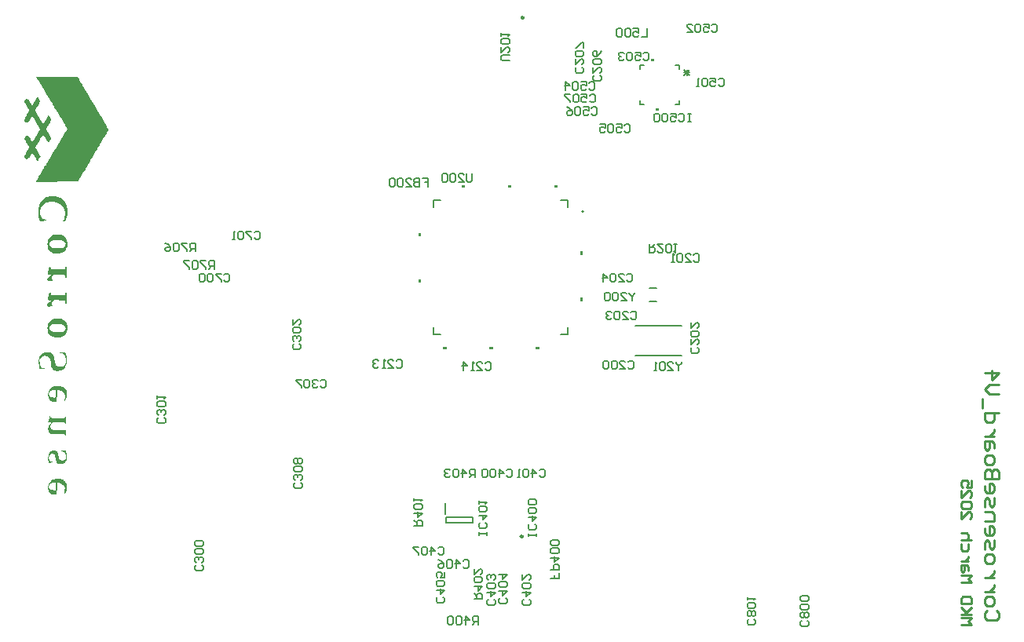
<source format=gbo>
G04*
G04 #@! TF.GenerationSoftware,Altium Limited,Altium Designer,22.8.2 (66)*
G04*
G04 Layer_Color=32896*
%FSLAX44Y44*%
%MOMM*%
G71*
G04*
G04 #@! TF.SameCoordinates,9714C633-81E7-4BB1-B996-9AD4BBD72758*
G04*
G04*
G04 #@! TF.FilePolarity,Positive*
G04*
G01*
G75*
%ADD11C,0.2000*%
%ADD12C,0.1524*%
%ADD13C,0.2500*%
%ADD14C,0.2540*%
%ADD15C,0.1270*%
G36*
X53257Y226529D02*
X53754Y225370D01*
X53920Y224541D01*
X54582Y223548D01*
X54748Y223216D01*
X55990Y221974D01*
X56901Y221725D01*
X57481Y221146D01*
X59138Y220980D01*
X61705Y220897D01*
X62202Y221229D01*
X62368Y221725D01*
X62202Y222222D01*
X62368Y223216D01*
X62534Y223713D01*
X62451Y225287D01*
X63031Y226364D01*
X62948Y229594D01*
X63031Y230671D01*
X62865Y231168D01*
X63031Y232659D01*
X63610Y233238D01*
X64107Y233404D01*
X64604Y233238D01*
X66923Y232741D01*
X67255Y232410D01*
X68746Y231582D01*
X69077Y231250D01*
X69408Y231085D01*
X70485Y230008D01*
X70816Y229180D01*
X71313Y228351D01*
X71148Y223879D01*
Y223713D01*
X70982Y222885D01*
X70651Y222554D01*
X70485Y221891D01*
X70568Y221643D01*
X71396Y221808D01*
X72141Y222388D01*
X72307Y223051D01*
X72639Y223382D01*
X72887Y224459D01*
X73301Y225370D01*
X73467Y226695D01*
X73632Y227192D01*
X73798Y228848D01*
X73550Y230091D01*
X73384Y231085D01*
X73218Y231747D01*
X72804Y233155D01*
X72141Y234315D01*
X71810Y234646D01*
X71645Y234978D01*
X71396Y235392D01*
X71065Y235557D01*
X70237Y236386D01*
X69905Y236551D01*
X68746Y237214D01*
X68083Y237380D01*
X67172Y237628D01*
X66095Y238042D01*
X60794Y237876D01*
X59635Y237380D01*
X58310Y237214D01*
X57978Y236883D01*
X57647Y236717D01*
X56487Y235889D01*
X56239Y235640D01*
X56073Y235309D01*
X55245Y234149D01*
X54748Y233321D01*
X54085Y231830D01*
X53920Y231168D01*
X53423Y230008D01*
X53257Y229345D01*
X53092Y228848D01*
X53257Y226529D01*
D02*
G37*
G36*
X54417Y262642D02*
X55162Y263553D01*
X56322Y264712D01*
X58310Y264878D01*
X58807Y264712D01*
X59635Y264215D01*
X59966Y263884D01*
X60297Y263718D01*
X60546Y263470D01*
X60877Y262145D01*
X61043Y260819D01*
X61374Y260488D01*
X61705Y259660D01*
X61623Y258086D01*
X61954Y257258D01*
X62202Y257009D01*
X62534Y255850D01*
X63031Y255021D01*
X64273Y253779D01*
X65433Y253613D01*
X69243Y253779D01*
X70402Y254607D01*
X70733Y254773D01*
X71065Y255104D01*
X71313Y255187D01*
X71479Y255518D01*
X71810Y255850D01*
X72473Y257009D01*
X73135Y258500D01*
X73467Y259660D01*
X73301Y260157D01*
X73798Y260985D01*
X73632Y263967D01*
X73467Y264464D01*
X73301Y265126D01*
X72970Y267280D01*
X72224Y268191D01*
X71396Y268356D01*
X70899Y268191D01*
X67586Y268025D01*
X67338Y267777D01*
X67420Y267363D01*
X68083Y267197D01*
X70154Y266949D01*
X70816Y266617D01*
X70982Y266286D01*
X71976Y265292D01*
X72141Y264629D01*
X72804Y263635D01*
X72887Y260405D01*
X72473Y259825D01*
X71396Y258252D01*
X71065Y258086D01*
X69243Y257258D01*
X68580Y257092D01*
X67503Y257506D01*
X67255Y257755D01*
X66095Y258417D01*
X65350Y259660D01*
X65184Y260322D01*
X65019Y261979D01*
X64687Y262310D01*
X64521Y262973D01*
X64356Y264464D01*
X64025Y264795D01*
X63859Y265789D01*
X63031Y266949D01*
X62948Y267197D01*
X62617Y267363D01*
X61457Y268191D01*
X57316Y268025D01*
X56156Y267197D01*
X55825Y267031D01*
X54914Y266120D01*
X54748Y265789D01*
X54417Y265458D01*
X53920Y264298D01*
X53754Y263635D01*
X53589Y262476D01*
X53092Y261648D01*
X52926Y261151D01*
X53092Y260654D01*
X53009Y258749D01*
X53423Y258169D01*
X53671Y257589D01*
X53589Y256844D01*
X53754Y256347D01*
X53920Y255518D01*
X54168Y255270D01*
X54831Y255104D01*
X56984Y255270D01*
X58310Y255436D01*
X58558Y255684D01*
X58392Y256181D01*
X56736Y256347D01*
X55908Y256512D01*
X55411Y257009D01*
X55245Y257341D01*
X54417Y258500D01*
X54251Y260654D01*
X54417Y262476D01*
Y262642D01*
D02*
G37*
G36*
X54085Y288152D02*
X54251Y287821D01*
X54582Y287489D01*
X54748Y287158D01*
X55742Y286495D01*
X56819Y286081D01*
X58475Y285916D01*
X58972Y285750D01*
X64356Y285998D01*
X67752Y286081D01*
X68249Y285916D01*
X70733Y285750D01*
X72141Y285005D01*
X72473Y284176D01*
X72141Y283514D01*
X72390Y283265D01*
X72970Y283348D01*
X72804Y284011D01*
X72639Y284508D01*
X72804Y285005D01*
X72639Y286330D01*
X72804Y286827D01*
X72639Y290305D01*
X71893Y290554D01*
X71230Y290388D01*
X58807Y290554D01*
X57316Y291382D01*
X56901Y291631D01*
X56736Y292293D01*
X56322Y293039D01*
X55990Y293204D01*
X55742Y293950D01*
X55908Y294612D01*
X55742Y295109D01*
X56073Y295938D01*
X56405Y296269D01*
X56570Y296600D01*
X57233Y297760D01*
X59138Y298836D01*
X60794Y299002D01*
X70899Y298836D01*
X71810Y298091D01*
X72307Y296931D01*
X72390Y296186D01*
X72804Y296269D01*
X72721Y297180D01*
X72804Y300576D01*
X72639Y301073D01*
X72721Y302812D01*
X72639Y303723D01*
X72804Y304220D01*
X72887Y304966D01*
X72721Y305628D01*
X72556Y305794D01*
X72307Y305545D01*
X72141Y304552D01*
X71230Y303640D01*
X70071Y303309D01*
X66923Y303144D01*
X57813Y303309D01*
X57316Y303475D01*
X56405Y303723D01*
X55742Y304386D01*
X55576Y305049D01*
X55493Y306125D01*
X54997Y305960D01*
X54665Y304303D01*
X54417Y302729D01*
X54085Y301901D01*
X53837Y300327D01*
X53423Y299582D01*
X53340Y299168D01*
X54168Y298836D01*
X55742Y298919D01*
X56405Y298754D01*
X56570Y298257D01*
X56405Y297760D01*
X55245Y296600D01*
X55079Y295938D01*
X54831Y295689D01*
X54500Y295523D01*
X54251Y295275D01*
X54085Y294944D01*
X53589Y293784D01*
X53340Y292873D01*
X52926Y291796D01*
X53092Y290802D01*
X53589Y289643D01*
X53920Y288318D01*
X54003Y288235D01*
X54085Y288152D01*
D02*
G37*
G36*
X53174Y327329D02*
X53589Y326418D01*
X53754Y325092D01*
X54582Y323601D01*
X56156Y322028D01*
X56819Y321862D01*
X57150Y321531D01*
X57978Y321200D01*
X61954Y321034D01*
X62368Y321448D01*
X62285Y323022D01*
X62451Y323850D01*
X62617Y325507D01*
X63031Y326583D01*
X62948Y329979D01*
X63113Y332961D01*
X63279Y333292D01*
X63942Y333458D01*
X65598Y333292D01*
X66095Y333126D01*
X67006Y332878D01*
X67420Y332464D01*
X68911Y331636D01*
X70319Y330228D01*
X70485Y329896D01*
X70816Y329565D01*
X70982Y329234D01*
X71313Y328405D01*
Y325258D01*
X71148Y323105D01*
X70485Y322442D01*
X70402Y321862D01*
X70899Y321697D01*
X72059Y322359D01*
X72804Y324099D01*
X73301Y325755D01*
X73467Y326915D01*
X73798Y328074D01*
X73632Y330228D01*
X73301Y331056D01*
X73135Y332381D01*
X71810Y334866D01*
X71148Y335528D01*
X70982Y335860D01*
X69988Y336522D01*
X69740Y336771D01*
X68580Y337268D01*
X67669Y337516D01*
X66923Y337765D01*
X66261Y337930D01*
X63776Y338096D01*
X63279Y337930D01*
X62120Y338096D01*
X60711Y337848D01*
X59386Y337351D01*
X58558Y337185D01*
X56653Y336108D01*
X55908Y335363D01*
X54914Y333541D01*
X54251Y332381D01*
X53837Y331304D01*
X53589Y330559D01*
X53423Y329565D01*
X52926Y328405D01*
X53174Y327329D01*
D02*
G37*
G36*
X52263Y370150D02*
X53837Y369404D01*
X54085Y369156D01*
X54251Y368825D01*
X54500Y368576D01*
X54748Y368493D01*
X54914Y368162D01*
X55245Y367334D01*
X55411Y366671D01*
X55908Y365512D01*
X56073Y364352D01*
X56239Y362364D01*
X56736Y361205D01*
X56901Y359051D01*
X57067Y358388D01*
X57399Y358057D01*
X57813Y356980D01*
X58061Y356732D01*
X58227Y356401D01*
X58972Y355490D01*
X59303Y355324D01*
X59800Y354827D01*
X60629Y354496D01*
X61954Y354330D01*
X62782Y353999D01*
X63776Y353833D01*
X64273Y353999D01*
X66095Y354496D01*
X67420Y354661D01*
X68414Y355324D01*
X69243Y355821D01*
X70154Y356566D01*
X71148Y357560D01*
X71313Y357892D01*
X72141Y359051D01*
X72639Y360211D01*
X73135Y361867D01*
X73301Y362530D01*
X73550Y363772D01*
X73715Y364435D01*
X73798Y367831D01*
X73632Y368328D01*
X73301Y369653D01*
X73053Y370895D01*
X72804Y371641D01*
X72639Y372303D01*
X72307Y373131D01*
X71893Y374208D01*
X71065Y374540D01*
X66923Y374374D01*
X65598Y374208D01*
X65515Y373794D01*
X65930Y373380D01*
X68083Y373214D01*
X69740Y372552D01*
X70237Y372055D01*
X70568Y371889D01*
X70816Y371641D01*
X71479Y370481D01*
X71810Y370150D01*
X72804Y367002D01*
X72887Y366257D01*
X72639Y363358D01*
X72141Y362198D01*
X71479Y361039D01*
X71065Y360625D01*
X70733Y360459D01*
X69740Y359465D01*
X68829Y359217D01*
X68580Y358968D01*
X67752Y358637D01*
X65267Y358471D01*
X64770Y358637D01*
X63859Y358885D01*
X62451Y359796D01*
X61871Y360376D01*
X61705Y360708D01*
X61374Y361536D01*
X61209Y361867D01*
X60546Y362861D01*
X60380Y365512D01*
X60215Y366008D01*
X59966Y367085D01*
X59718Y367831D01*
X59552Y369156D01*
X59055Y370315D01*
X58641Y371392D01*
X57978Y372386D01*
X57481Y372883D01*
X57150Y373049D01*
X56487Y373711D01*
X55825Y373877D01*
X54748Y374291D01*
X53920Y374457D01*
X51684Y374540D01*
X51186Y374374D01*
X49530Y374208D01*
X46714Y372717D01*
X45803Y371806D01*
X45637Y371475D01*
X45140Y370978D01*
X44975Y370647D01*
X44146Y369322D01*
X43981Y368659D01*
X43815Y367831D01*
X43484Y367499D01*
X43318Y366837D01*
X43235Y363606D01*
X43401Y359300D01*
X43981Y357892D01*
X44146Y357229D01*
X44312Y356732D01*
X44892Y356152D01*
X45554Y355987D01*
X46714Y356152D01*
X48867Y356318D01*
X50027Y356483D01*
X50275Y356732D01*
X50110Y357229D01*
X49282Y357395D01*
X47128Y357560D01*
X46548Y357974D01*
X45637Y358885D01*
X45472Y359217D01*
X44809Y360708D01*
X44229Y362281D01*
X44146Y365512D01*
X44809Y367002D01*
X45306Y367831D01*
X45803Y368328D01*
X45968Y368659D01*
X46714Y369404D01*
X47045Y369570D01*
X48536Y370233D01*
X49199Y370398D01*
X52180Y370233D01*
X52263Y370150D01*
D02*
G37*
G36*
X52760Y397814D02*
X53257Y396654D01*
Y396488D01*
X53506Y395246D01*
X54251Y393838D01*
X54582Y393507D01*
X54748Y393175D01*
X55328Y392596D01*
X55659Y392430D01*
X56322Y391767D01*
X58475Y390774D01*
X61291Y390276D01*
X66095Y390442D01*
X66592Y390608D01*
X67835Y390856D01*
X68663Y391188D01*
X69408Y391602D01*
X69740Y391767D01*
X70899Y392596D01*
X71230Y392761D01*
X71645Y393175D01*
X71810Y393507D01*
X72307Y394004D01*
X72473Y394335D01*
X73301Y395826D01*
X73632Y396654D01*
X74047Y398394D01*
X74295Y399305D01*
X74378Y401872D01*
X74212Y402535D01*
X73964Y403446D01*
X73798Y404109D01*
X73550Y405020D01*
X73218Y405848D01*
X72556Y406842D01*
X72307Y407090D01*
X72141Y407421D01*
X71065Y408498D01*
X70733Y408664D01*
X70402Y408995D01*
X68911Y409658D01*
X67255Y410320D01*
X66095Y410486D01*
X59635Y410320D01*
X58475Y409823D01*
X56322Y408664D01*
X55990Y408333D01*
X55659Y408167D01*
X54914Y407421D01*
X54748Y407090D01*
X54085Y406096D01*
X53423Y404605D01*
X53174Y403529D01*
X52843Y402203D01*
X52595Y401292D01*
X52760Y397814D01*
D02*
G37*
G36*
X55659Y438813D02*
X55162Y438978D01*
X54417Y438564D01*
X54251Y437901D01*
X54085Y435417D01*
X53423Y433760D01*
X53174Y431855D01*
X52926Y431607D01*
X52760Y430944D01*
X53174Y430530D01*
X55990Y430364D01*
X56239Y430116D01*
X56073Y429453D01*
X55659Y429039D01*
X55328Y428873D01*
X54665Y428211D01*
X54334Y428045D01*
X53423Y427134D01*
X52595Y425312D01*
X52760Y423987D01*
X53174Y423573D01*
X54251Y423490D01*
X57399Y423655D01*
X58061Y423821D01*
X58392Y423987D01*
X58475Y424401D01*
X58227Y424981D01*
X57895Y425312D01*
X57730Y425643D01*
X57067Y427134D01*
X57316Y428045D01*
X57564Y428294D01*
X58227Y429453D01*
X58972Y430199D01*
X59800Y430530D01*
X70899Y430364D01*
X71479Y429950D01*
X71645Y429288D01*
X71810Y427300D01*
X72059Y427051D01*
X72721Y426886D01*
X73053Y427051D01*
X73301Y427300D01*
X73467Y427962D01*
X73301Y438730D01*
X72556Y438978D01*
X72059Y438813D01*
X71645Y438399D01*
X71479Y436411D01*
X71065Y435997D01*
X69905Y435831D01*
X56819Y435997D01*
X56239Y436576D01*
X56073Y437570D01*
X56239Y438067D01*
X55825Y438813D01*
X55659D01*
D02*
G37*
G36*
X73467Y456123D02*
X73301Y466394D01*
X73053Y466642D01*
X71893Y466477D01*
X71645Y465731D01*
X71727Y465151D01*
X71562Y464323D01*
X71396Y463992D01*
X70568Y463660D01*
X64439Y463495D01*
X56984Y463660D01*
X56405Y464075D01*
X56073Y465234D01*
X56239Y465897D01*
X55659Y466642D01*
X54665Y466477D01*
X54417Y466228D01*
X54251Y465565D01*
X54085Y463246D01*
X53920Y462749D01*
X53506Y461673D01*
X53340Y460347D01*
X53174Y459685D01*
X52926Y459436D01*
X52760Y458774D01*
X52926Y458442D01*
X53671Y458194D01*
X56156Y458028D01*
X56239Y457449D01*
X55493Y456703D01*
X55162Y456537D01*
X53423Y454798D01*
X53257Y454467D01*
X52595Y452976D01*
X52429Y452479D01*
X52595Y451982D01*
X52760Y451651D01*
X53009Y451402D01*
X53671Y451236D01*
X57895Y451485D01*
X58558Y451982D01*
X57233Y454301D01*
X57067Y455129D01*
X58061Y456951D01*
X59138Y458028D01*
X60297Y458194D01*
X71065Y458028D01*
X71645Y457449D01*
X71810Y454964D01*
X72059Y454715D01*
X72721Y454550D01*
X73301Y454964D01*
X73467Y455626D01*
Y455958D01*
Y456123D01*
D02*
G37*
G36*
X52760Y488591D02*
X52926Y488260D01*
Y488094D01*
X53092Y487597D01*
X53423Y486272D01*
X53589Y485444D01*
X53920Y485112D01*
X54582Y483953D01*
X55825Y482710D01*
X56156Y482545D01*
X56487Y482214D01*
X58641Y481220D01*
X59800Y481054D01*
X61374Y480805D01*
X64439Y480723D01*
X64936Y480888D01*
X67669Y481302D01*
X68249Y481551D01*
X70402Y482710D01*
X70733Y483042D01*
X71065Y483207D01*
X71976Y484118D01*
X72141Y484450D01*
X72473Y484781D01*
X72639Y485112D01*
X73632Y487266D01*
X73881Y488343D01*
X74212Y489668D01*
X74378Y490662D01*
X74461Y492235D01*
X74295Y492732D01*
X73798Y494720D01*
X73550Y495631D01*
X72804Y497039D01*
X71645Y498530D01*
X71230Y498944D01*
X70899Y499110D01*
X69740Y499938D01*
X68829Y500187D01*
X67089Y500932D01*
X62202Y501015D01*
X59303Y500766D01*
X57481Y499938D01*
X57150Y499773D01*
X56819Y499441D01*
X55990Y498944D01*
X54748Y497702D01*
X54582Y497371D01*
X54251Y497039D01*
X53423Y495217D01*
X53174Y493809D01*
X52760Y492401D01*
X52595Y491739D01*
X52760Y488591D01*
D02*
G37*
G36*
X42241Y649522D02*
X42655Y649108D01*
X42821Y648280D01*
X43484Y647617D01*
X43649Y647120D01*
X43732Y647037D01*
X43815Y646955D01*
X44643Y645464D01*
X44809Y644801D01*
X44146Y643310D01*
X43484Y642151D01*
X43070Y641737D01*
X42655Y640660D01*
X42241Y640246D01*
X41827Y639169D01*
X41496Y638838D01*
X40502Y637015D01*
X39922Y635939D01*
X39674Y635028D01*
X41165Y631880D01*
X42158Y630224D01*
X42987Y628733D01*
X43649Y627573D01*
X44395Y626828D01*
X44643Y625917D01*
X44975Y625585D01*
X46300Y623266D01*
X46714Y622687D01*
X47376Y621693D01*
X48370Y621527D01*
X48702Y622024D01*
X49447Y622935D01*
X50275Y624426D01*
X50441Y624757D01*
X51104Y625751D01*
X51601Y626579D01*
X52263Y627573D01*
X52429Y628236D01*
X52760Y628567D01*
X53340Y629478D01*
X54003Y629644D01*
X54417Y629230D01*
X55411Y627408D01*
X55742Y627076D01*
X56239Y626248D01*
X56736Y625089D01*
X55576Y622604D01*
X54748Y621278D01*
X53920Y619788D01*
X53257Y618794D01*
X52429Y617303D01*
X51601Y616143D01*
X51435Y614818D01*
X51932Y613658D01*
X52429Y612830D01*
X53589Y611008D01*
X54914Y608523D01*
X55079Y608192D01*
X55411Y607861D01*
X55576Y607529D01*
X55990Y607115D01*
X56405Y606039D01*
X56736Y605707D01*
X56901Y605045D01*
X56487Y604630D01*
X56073Y603554D01*
X55742Y603222D01*
X54997Y601814D01*
X54334Y600820D01*
X53506Y600655D01*
X53257Y600903D01*
X52263Y602725D01*
X51601Y603885D01*
X51021Y604465D01*
X50607Y605541D01*
X50275Y605873D01*
X49116Y608026D01*
X48702Y608440D01*
X48122Y608855D01*
X47708Y608772D01*
X47128Y608192D01*
X46134Y606535D01*
X45968Y606204D01*
X45637Y605873D01*
X44975Y604713D01*
X44726Y604465D01*
X44312Y603388D01*
X43898Y602974D01*
X43484Y601897D01*
X42987Y601400D01*
X42655Y600572D01*
X42158Y600075D01*
X41993Y599412D01*
X41165Y598253D01*
X39674Y595437D01*
X39839Y594443D01*
X40171Y594112D01*
X40999Y592621D01*
X41827Y591461D01*
X41993Y590964D01*
X42324Y590633D01*
X42821Y589805D01*
X42987Y589142D01*
X43318Y588811D01*
X43981Y587651D01*
X45140Y585498D01*
X44146Y583841D01*
X43318Y582350D01*
X42821Y581522D01*
X42241Y580942D01*
X41579Y581108D01*
X41330Y581688D01*
X40668Y582682D01*
X40502Y583013D01*
X39011Y585498D01*
X38680Y585829D01*
X37189Y588645D01*
X36940Y588894D01*
X35947Y589059D01*
X35035Y587817D01*
X34870Y587320D01*
X34539Y586988D01*
X33876Y585829D01*
X33379Y585332D01*
X33213Y584669D01*
X32882Y584338D01*
X32716Y584007D01*
X32468Y583758D01*
X31308Y582930D01*
X30314Y582764D01*
X29155Y583261D01*
X28823Y583427D01*
X28741Y583675D01*
X28078Y584338D01*
X27912Y585166D01*
X27747Y585663D01*
X27912Y586326D01*
X28409Y587154D01*
X28575Y587817D01*
X29238Y588479D01*
X29403Y589308D01*
X29735Y589639D01*
X30563Y590798D01*
X32054Y593615D01*
X32882Y594774D01*
X33048Y595271D01*
X32551Y596431D01*
X32385Y596762D01*
X32054Y597093D01*
X31060Y598915D01*
X30397Y599909D01*
X30231Y600572D01*
X29569Y601235D01*
X29403Y601566D01*
X29072Y602394D01*
X28575Y603222D01*
X28409Y603885D01*
X28078Y604216D01*
X27912Y605541D01*
X28244Y606370D01*
X28409Y606701D01*
X28989Y607281D01*
X29320Y607447D01*
X29652Y607778D01*
X30314Y607943D01*
X31474Y607778D01*
X31805Y607447D01*
X32136Y607281D01*
X32882Y606535D01*
X34207Y604216D01*
X34704Y603719D01*
X35118Y602643D01*
X35781Y601649D01*
X36609Y601483D01*
X36858Y601731D01*
X37355Y602560D01*
X37852Y603057D01*
X38017Y603719D01*
X38680Y604382D01*
X38845Y605045D01*
X39674Y606204D01*
X39839Y606867D01*
X40171Y607198D01*
X40999Y608689D01*
X41165Y609186D01*
X41910Y609931D01*
X42158Y610842D01*
X42573Y611256D01*
X42987Y612333D01*
X43318Y612665D01*
X43981Y613824D01*
X44478Y614652D01*
X44643Y615149D01*
X44478Y615646D01*
X43815Y616640D01*
X43649Y617303D01*
X43070Y617883D01*
X42821Y618794D01*
X42490Y619125D01*
X42324Y619456D01*
X41496Y620616D01*
X41330Y621113D01*
X40668Y622107D01*
X40502Y622438D01*
X40254Y622687D01*
X39839Y623763D01*
X39260Y624343D01*
X38845Y625420D01*
X38514Y625751D01*
X37686Y627242D01*
X37520Y627573D01*
X36609Y628484D01*
X35947Y628650D01*
X35698Y628401D01*
X35532Y628070D01*
X35035Y627573D01*
X34870Y627242D01*
X34704Y626579D01*
X34456Y626497D01*
X33876Y625420D01*
X33213Y624260D01*
X32716Y623763D01*
X32551Y623432D01*
X32054Y623101D01*
X31143Y622355D01*
X29735Y622438D01*
X29072Y622604D01*
X28575Y623432D01*
X28078Y623929D01*
X27912Y625585D01*
X28244Y626414D01*
X28741Y627739D01*
X29238Y628070D01*
X29403Y629064D01*
X29900Y629561D01*
X30563Y630721D01*
X31391Y632211D01*
X31557Y632543D01*
X33048Y634696D01*
X32965Y635110D01*
X32551Y636187D01*
X32219Y636519D01*
X31225Y638175D01*
X30066Y640329D01*
X29817Y640411D01*
X29569Y640825D01*
X29403Y641654D01*
X29072Y641985D01*
X28244Y643476D01*
X27912Y643807D01*
X27747Y644801D01*
X28575Y646623D01*
X28823Y646872D01*
X29817Y647203D01*
X30646Y647369D01*
X31143Y647203D01*
X31971Y647037D01*
X32551Y646458D01*
X32716Y646126D01*
X32965Y646043D01*
X33379Y644967D01*
X34042Y644304D01*
X34207Y643642D01*
X34539Y643310D01*
X35035Y642482D01*
X35201Y641985D01*
X35367Y641654D01*
X35947Y641240D01*
X36775Y641405D01*
X37189Y641819D01*
X37355Y642648D01*
X38017Y643310D01*
X38183Y643973D01*
X38680Y644470D01*
X39011Y645298D01*
X39342Y645629D01*
X41330Y649439D01*
X41579Y649688D01*
X42241Y649522D01*
D02*
G37*
G36*
X84980Y671388D02*
X86636Y668738D01*
X87381Y667827D01*
X87547Y667164D01*
X88210Y666501D01*
X88375Y665673D01*
X89121Y664928D01*
X89369Y664017D01*
X90032Y663354D01*
X90363Y662360D01*
X90529Y662029D01*
X92020Y659875D01*
X92351Y659047D01*
X93014Y658053D01*
X93179Y657722D01*
X94008Y656562D01*
X94173Y655900D01*
X94505Y655568D01*
X95333Y654078D01*
X96327Y652255D01*
X96989Y651262D01*
X97321Y650433D01*
X97569Y650185D01*
X97900Y650019D01*
X98149Y649439D01*
X98315Y648777D01*
X98812Y648280D01*
X98977Y647949D01*
X99640Y646955D01*
X100385Y645546D01*
X100716Y644718D01*
X101462Y643807D01*
X101628Y643476D01*
X101876Y643227D01*
X102290Y642151D01*
X102787Y641654D01*
X102953Y640825D01*
X103367Y640577D01*
X103698Y640411D01*
X103947Y639335D01*
X104444Y638838D01*
X104609Y638175D01*
X105438Y637015D01*
X105603Y636684D01*
X105935Y636353D01*
X106100Y635690D01*
X106597Y635193D01*
X106929Y634365D01*
X107177Y634117D01*
X107508Y633951D01*
X107674Y633620D01*
X107840Y632791D01*
X108171Y632626D01*
X108419Y632377D01*
X108585Y631383D01*
X108916Y631052D01*
X109413Y630224D01*
X111235Y627242D01*
X112064Y625751D01*
X112726Y624591D01*
X112975Y624509D01*
X113140Y624177D01*
X113306Y623349D01*
X113637Y623184D01*
X114052Y622769D01*
X114217Y621775D01*
X114466Y621693D01*
X114880Y621278D01*
X115045Y620616D01*
X115542Y620119D01*
X115708Y619456D01*
X116205Y618959D01*
X116371Y617965D01*
X116868Y617468D01*
X117696Y616309D01*
X117861Y615978D01*
X118193Y615149D01*
X118358Y614652D01*
X118193Y613824D01*
X117613Y613244D01*
X117365Y612333D01*
X116950Y611919D01*
X116536Y610842D01*
X116205Y610511D01*
X114880Y608192D01*
X114549Y607861D01*
X113720Y606370D01*
X113555Y605873D01*
X112726Y604713D01*
X111567Y602560D01*
X111070Y601731D01*
X110407Y600738D01*
X109248Y598584D01*
X108916Y598253D01*
X108751Y597756D01*
X107922Y596596D01*
X107757Y595934D01*
X107425Y595602D01*
X106432Y593946D01*
X106266Y593615D01*
X105106Y591792D01*
X104278Y590302D01*
X102953Y587817D01*
X102290Y587154D01*
X102125Y586492D01*
X101296Y585166D01*
X100799Y584338D01*
X100137Y583344D01*
X99971Y582847D01*
X98812Y581025D01*
X97818Y579369D01*
X96492Y576884D01*
X95830Y575890D01*
X95167Y574730D01*
X94173Y573074D01*
X94008Y572742D01*
X93345Y571749D01*
X92351Y569926D01*
X92185Y569595D01*
X91523Y568601D01*
X90529Y566779D01*
X89866Y565785D01*
X89535Y564957D01*
X88955Y564377D01*
X88541Y563300D01*
X88210Y562969D01*
X87381Y561478D01*
X87216Y561147D01*
X86885Y560815D01*
X85891Y558993D01*
X85311Y558414D01*
X41413Y558248D01*
X40750Y558414D01*
X40502Y558662D01*
X40668Y559159D01*
X41413Y560567D01*
X41496Y560650D01*
X41993Y561478D01*
X42655Y562638D01*
X43981Y565122D01*
X44312Y565454D01*
X45306Y567276D01*
X46465Y569098D01*
X47294Y570589D01*
X47459Y570920D01*
X48288Y572080D01*
X48950Y573239D01*
X50110Y575393D01*
X50441Y575724D01*
X51104Y576884D01*
X51269Y577215D01*
X51601Y577546D01*
X51766Y578209D01*
X52346Y578789D01*
X52677Y579617D01*
X53754Y581191D01*
X54914Y583344D01*
X55576Y584338D01*
X55742Y584669D01*
X56239Y585166D01*
X56405Y585829D01*
X57564Y587651D01*
X58392Y589142D01*
X59221Y590467D01*
X59386Y590798D01*
X60215Y592124D01*
X61540Y594443D01*
X62037Y595271D01*
X63196Y597093D01*
X63362Y597425D01*
X64190Y598750D01*
X65515Y601069D01*
X66012Y601897D01*
X66675Y602891D01*
X67669Y604713D01*
X68331Y605707D01*
X69160Y607198D01*
X70319Y609020D01*
X70982Y610180D01*
X71810Y611671D01*
X72141Y612002D01*
X73135Y613824D01*
X73301Y614155D01*
X73798Y614652D01*
X73964Y615646D01*
X73798Y616143D01*
X73632Y616475D01*
X73384Y616723D01*
X72887Y617717D01*
X72059Y619042D01*
X71313Y619953D01*
X71479Y620450D01*
X71065Y620864D01*
X70733Y621030D01*
X70319Y621775D01*
X69988Y622604D01*
X69325Y623763D01*
X68994Y624095D01*
X68166Y625585D01*
X66675Y627739D01*
X66509Y628070D01*
X66178Y628899D01*
X64853Y631218D01*
X64521Y631549D01*
X63859Y632709D01*
X63031Y634199D01*
X62617Y634779D01*
X61623Y636436D01*
X60877Y637347D01*
X61043Y637844D01*
X60215Y638672D01*
X60049Y639003D01*
X59718Y639832D01*
X59386Y640163D01*
X58558Y641654D01*
X57813Y642896D01*
X57067Y643807D01*
X56901Y644470D01*
X56405Y644967D01*
X55990Y645546D01*
X55825Y646209D01*
X54748Y647783D01*
X53920Y649274D01*
X53257Y650433D01*
X52760Y651262D01*
X51601Y652918D01*
X51435Y653581D01*
X50772Y654575D01*
X50607Y654906D01*
X50193Y655320D01*
X49778Y656397D01*
X49447Y656728D01*
X49282Y657059D01*
X48950Y657391D01*
X48619Y658219D01*
X48370Y658302D01*
X48122Y658550D01*
X47956Y658882D01*
X47294Y660372D01*
X46134Y662195D01*
X45306Y663685D01*
X44809Y664514D01*
X44312Y665011D01*
X44146Y665508D01*
X43981Y666170D01*
X43484Y666501D01*
X42821Y667661D01*
X42324Y668489D01*
X42407Y668572D01*
X42158Y669152D01*
X41662Y669980D01*
X40668Y670974D01*
X40833Y671305D01*
X68497Y671471D01*
X84980Y671388D01*
D02*
G37*
G36*
X61126Y542842D02*
X62285Y542345D01*
X63445Y542180D01*
X64107Y542014D01*
X66923Y540689D01*
X67255Y540523D01*
X68249Y539860D01*
X68580Y539695D01*
X69077Y539198D01*
X69408Y539032D01*
X70319Y538121D01*
X71479Y536630D01*
X72721Y534394D01*
X73135Y533317D01*
X73467Y532489D01*
X73715Y531081D01*
X73964Y529507D01*
X74378Y528099D01*
X74295Y526194D01*
X74461Y525532D01*
X74295Y524372D01*
X74047Y523627D01*
X73881Y522301D01*
X73632Y520728D01*
X73384Y519817D01*
X72970Y518740D01*
X72473Y517580D01*
X72141Y516752D01*
X71810Y516421D01*
X70899Y515675D01*
X69740Y515510D01*
X69491Y515758D01*
X69988Y517415D01*
X70651Y518409D01*
X70816Y520065D01*
X71065Y520810D01*
X71479Y522550D01*
X71645Y523047D01*
X71562Y525117D01*
X71313Y526691D01*
X70982Y527022D01*
X70816Y528016D01*
X70651Y529176D01*
X70319Y529507D01*
X69657Y530667D01*
X69491Y530998D01*
X69160Y531329D01*
X68994Y531661D01*
X67255Y533400D01*
X66923Y533566D01*
X66592Y533897D01*
X64107Y535222D01*
X63196Y535636D01*
X61457Y536050D01*
X60629Y536382D01*
X54831Y536547D01*
X54168Y536382D01*
X53009Y536050D01*
X51684Y535719D01*
X49530Y534725D01*
X48702Y534228D01*
X47211Y532737D01*
X46465Y531826D01*
X45803Y530667D01*
X45389Y529921D01*
X45223Y529259D01*
X44975Y528182D01*
X44809Y527685D01*
X44643Y524372D01*
X44975Y523212D01*
X45140Y522053D01*
X46300Y519568D01*
X46465Y519237D01*
X46797Y518905D01*
X46962Y518574D01*
X48288Y517746D01*
X51186Y517497D01*
X51601Y517083D01*
X51435Y516421D01*
X51186Y516172D01*
X49199Y516007D01*
X48039Y515841D01*
X47376Y515675D01*
X46880Y515510D01*
X44892Y515344D01*
X44643Y515592D01*
X43815Y517083D01*
X43649Y518740D01*
X43152Y519899D01*
X42987Y521887D01*
X42821Y523047D01*
X42987Y530667D01*
X43566Y531744D01*
X43732Y532406D01*
X43898Y533234D01*
X44726Y535056D01*
X44809Y535139D01*
X44975Y535636D01*
X45637Y536630D01*
X45803Y536962D01*
X46300Y537458D01*
X46465Y537790D01*
X46962Y538287D01*
X47128Y538618D01*
X47625Y538949D01*
X47791Y539281D01*
X48039Y539364D01*
X48288Y539612D01*
X49199Y540357D01*
X51684Y541683D01*
X51932Y541931D01*
X53340Y542180D01*
X54831Y542842D01*
X59966Y543008D01*
X61126Y542842D01*
D02*
G37*
G36*
X479115Y380081D02*
X482925D01*
Y377541D01*
X479115D01*
Y380081D01*
D02*
G37*
G36*
X455011Y452995D02*
X452471D01*
Y449185D01*
X455011D01*
Y452995D01*
D02*
G37*
G36*
X529115Y380081D02*
X532925D01*
Y377541D01*
X529115D01*
Y380081D01*
D02*
G37*
G36*
X579115D02*
X582925D01*
Y377541D01*
X579115D01*
Y380081D01*
D02*
G37*
G36*
X627029Y432995D02*
X629569D01*
Y429185D01*
X627029D01*
Y432995D01*
D02*
G37*
G36*
Y482995D02*
X629569D01*
Y479185D01*
X627029D01*
Y482995D01*
D02*
G37*
G36*
X455011Y502995D02*
X452471D01*
Y499185D01*
X455011D01*
Y502995D01*
D02*
G37*
G36*
X499115Y552099D02*
X502925D01*
Y554639D01*
X499115D01*
Y552099D01*
D02*
G37*
G36*
X549115D02*
X552925D01*
Y554639D01*
X549115D01*
Y552099D01*
D02*
G37*
G36*
X599115D02*
X602925D01*
Y554639D01*
X599115D01*
Y552099D01*
D02*
G37*
G36*
X708087Y637537D02*
X711897D01*
Y634997D01*
X708087D01*
Y637537D01*
D02*
G37*
G36*
X703087Y688592D02*
X706897D01*
Y691132D01*
X703087D01*
Y688592D01*
D02*
G37*
%LPC*%
G36*
X54251Y228683D02*
X54417Y230836D01*
X55079Y231499D01*
X55245Y231830D01*
X55825Y232410D01*
X56156Y232576D01*
X56487Y232907D01*
X58227Y233321D01*
X59883Y233652D01*
X60463Y233735D01*
X61291Y233238D01*
X61705Y232824D01*
X61623Y231416D01*
X61705Y226198D01*
X61126Y225453D01*
X59966Y225287D01*
X58061Y225535D01*
X57233Y225867D01*
X56819Y226115D01*
X56653D01*
X55493Y226778D01*
X55162Y227109D01*
X54831Y227275D01*
X54417Y228020D01*
X54251Y228683D01*
D02*
G37*
G36*
Y329068D02*
X54417Y331056D01*
X55162Y331967D01*
X55825Y332630D01*
X56156Y332795D01*
X57316Y333292D01*
X59138Y333789D01*
X61291Y333624D01*
X61540Y333375D01*
X61705Y332712D01*
Y326749D01*
X61457Y325838D01*
X61126Y325507D01*
X60463Y325341D01*
X58310Y325507D01*
X56819Y326169D01*
X55990Y326335D01*
X54417Y327909D01*
X54251Y329068D01*
D02*
G37*
G36*
X54665Y401044D02*
X54831Y401707D01*
X55659Y403032D01*
X56156Y403529D01*
X56487Y403694D01*
X57978Y404357D01*
X59138Y404688D01*
X59800Y404854D01*
X63942Y405020D01*
X64439Y404854D01*
X66758Y404688D01*
X67255Y404523D01*
X67917Y404357D01*
X68829Y404109D01*
X70402Y403363D01*
X70733Y403032D01*
X71065Y402866D01*
X71479Y402452D01*
X71645Y402121D01*
X72141Y401292D01*
X72307Y400630D01*
X72141Y398808D01*
X71065Y397400D01*
X70982Y397317D01*
X69408Y396406D01*
X68746Y396240D01*
X66592Y396074D01*
X58972Y396240D01*
X57150Y397068D01*
X55990Y397731D01*
X55411Y398311D01*
X55245Y398642D01*
X54748Y399801D01*
X54665Y401044D01*
D02*
G37*
G36*
Y491656D02*
X54831Y492318D01*
X55742Y493726D01*
X56322Y494140D01*
X58641Y495134D01*
X59303Y495300D01*
X60463Y495466D01*
X66758Y495300D01*
X67917Y494803D01*
X68994Y494555D01*
X69822Y494223D01*
X70816Y493561D01*
X71810Y492567D01*
X72307Y491407D01*
X72141Y489419D01*
X71065Y487846D01*
X68829Y486769D01*
X68746Y486686D01*
X62865Y486603D01*
X59221Y486769D01*
X58392Y487100D01*
X57067Y487597D01*
X56156Y488177D01*
X55245Y489088D01*
X54748Y490248D01*
X54665Y491656D01*
D02*
G37*
%LPD*%
D11*
X482070Y190040D02*
Y196040D01*
Y190040D02*
X511070D01*
Y196040D01*
X482070D02*
X511070D01*
X481570Y199540D02*
Y211540D01*
D12*
X630291Y526090D02*
G03*
X630291Y526090I-762J0D01*
G01*
X729335Y684274D02*
X733701D01*
X729335Y641855D02*
X733701D01*
X691283D02*
Y646221D01*
Y684274D02*
X695648D01*
X733701Y679908D02*
Y684274D01*
Y641855D02*
Y646221D01*
X691283Y641855D02*
X695648D01*
X691283Y679908D02*
Y684274D01*
X468757Y530941D02*
Y538353D01*
Y393827D02*
X476168D01*
X613283D02*
Y401239D01*
Y530941D02*
Y538353D01*
X468757D02*
X476168D01*
X468757Y393827D02*
Y401239D01*
X605871Y393827D02*
X613283D01*
X605871Y538353D02*
X613283D01*
X745004Y679120D02*
X739079Y673196D01*
X745004D02*
X739079Y679120D01*
X745004Y676158D02*
X739079D01*
X742041Y673196D02*
Y679120D01*
X232193Y464186D02*
Y473074D01*
X227750D01*
X226268Y471592D01*
Y468630D01*
X227750Y467149D01*
X232193D01*
X229231D02*
X226268Y464186D01*
X223306Y473074D02*
X217381D01*
Y471592D01*
X223306Y465668D01*
Y464186D01*
X214419Y471592D02*
X212938Y473074D01*
X209975D01*
X208494Y471592D01*
Y465668D01*
X209975Y464186D01*
X212938D01*
X214419Y465668D01*
Y471592D01*
X205532Y473074D02*
X199607D01*
Y471592D01*
X205532Y465668D01*
Y464186D01*
X211873Y483236D02*
Y492124D01*
X207430D01*
X205948Y490642D01*
Y487680D01*
X207430Y486199D01*
X211873D01*
X208911D02*
X205948Y483236D01*
X202986Y492124D02*
X197061D01*
Y490642D01*
X202986Y484718D01*
Y483236D01*
X194099Y490642D02*
X192618Y492124D01*
X189655D01*
X188174Y490642D01*
Y484718D01*
X189655Y483236D01*
X192618D01*
X194099Y484718D01*
Y490642D01*
X179287Y492124D02*
X182249Y490642D01*
X185212Y487680D01*
Y484718D01*
X183731Y483236D01*
X180768D01*
X179287Y484718D01*
Y486199D01*
X180768Y487680D01*
X185212D01*
X275587Y503342D02*
X277068Y504824D01*
X280031D01*
X281512Y503342D01*
Y497418D01*
X280031Y495936D01*
X277068D01*
X275587Y497418D01*
X272625Y504824D02*
X266700D01*
Y503342D01*
X272625Y497418D01*
Y495936D01*
X263738Y503342D02*
X262256Y504824D01*
X259294D01*
X257813Y503342D01*
Y497418D01*
X259294Y495936D01*
X262256D01*
X263738Y497418D01*
Y503342D01*
X254851Y495936D02*
X251888D01*
X253369D01*
Y504824D01*
X254851Y503342D01*
X242778Y457622D02*
X244259Y459104D01*
X247222D01*
X248703Y457622D01*
Y451698D01*
X247222Y450216D01*
X244259D01*
X242778Y451698D01*
X239816Y459104D02*
X233891D01*
Y457622D01*
X239816Y451698D01*
Y450216D01*
X230929Y457622D02*
X229448Y459104D01*
X226485D01*
X225004Y457622D01*
Y451698D01*
X226485Y450216D01*
X229448D01*
X230929Y451698D01*
Y457622D01*
X222042D02*
X220560Y459104D01*
X217598D01*
X216117Y457622D01*
Y451698D01*
X217598Y450216D01*
X220560D01*
X222042Y451698D01*
Y457622D01*
X500588Y149012D02*
X502070Y150494D01*
X505032D01*
X506513Y149012D01*
Y143088D01*
X505032Y141606D01*
X502070D01*
X500588Y143088D01*
X493182Y141606D02*
Y150494D01*
X497626Y146050D01*
X491701D01*
X488739Y149012D02*
X487258Y150494D01*
X484295D01*
X482814Y149012D01*
Y143088D01*
X484295Y141606D01*
X487258D01*
X488739Y143088D01*
Y149012D01*
X473927Y150494D02*
X476889Y149012D01*
X479852Y146050D01*
Y143088D01*
X478371Y141606D01*
X475408D01*
X473927Y143088D01*
Y144569D01*
X475408Y146050D01*
X479852D01*
X550544Y688768D02*
X543138D01*
X541656Y690249D01*
Y693212D01*
X543138Y694693D01*
X550544D01*
X541656Y703580D02*
Y697655D01*
X547581Y703580D01*
X549062D01*
X550544Y702099D01*
Y699136D01*
X549062Y697655D01*
Y706542D02*
X550544Y708024D01*
Y710986D01*
X549062Y712467D01*
X543138D01*
X541656Y710986D01*
Y708024D01*
X543138Y706542D01*
X549062D01*
X541656Y715430D02*
Y718392D01*
Y716911D01*
X550544D01*
X549062Y715430D01*
X814492Y86363D02*
X815974Y84882D01*
Y81919D01*
X814492Y80438D01*
X808568D01*
X807086Y81919D01*
Y84882D01*
X808568Y86363D01*
X814492Y89325D02*
X815974Y90806D01*
Y93769D01*
X814492Y95250D01*
X813011D01*
X811530Y93769D01*
X810049Y95250D01*
X808568D01*
X807086Y93769D01*
Y90806D01*
X808568Y89325D01*
X810049D01*
X811530Y90806D01*
X813011Y89325D01*
X814492D01*
X811530Y90806D02*
Y93769D01*
X814492Y98212D02*
X815974Y99694D01*
Y102656D01*
X814492Y104137D01*
X808568D01*
X807086Y102656D01*
Y99694D01*
X808568Y98212D01*
X814492D01*
X807086Y107100D02*
Y110062D01*
Y108581D01*
X815974D01*
X814492Y107100D01*
X871642Y84882D02*
X873124Y83400D01*
Y80438D01*
X871642Y78957D01*
X865718D01*
X864236Y80438D01*
Y83400D01*
X865718Y84882D01*
X871642Y87844D02*
X873124Y89325D01*
Y92288D01*
X871642Y93769D01*
X870161D01*
X868680Y92288D01*
X867199Y93769D01*
X865718D01*
X864236Y92288D01*
Y89325D01*
X865718Y87844D01*
X867199D01*
X868680Y89325D01*
X870161Y87844D01*
X871642D01*
X868680Y89325D02*
Y92288D01*
X871642Y96731D02*
X873124Y98212D01*
Y101175D01*
X871642Y102656D01*
X865718D01*
X864236Y101175D01*
Y98212D01*
X865718Y96731D01*
X871642D01*
Y105618D02*
X873124Y107100D01*
Y110062D01*
X871642Y111543D01*
X865718D01*
X864236Y110062D01*
Y107100D01*
X865718Y105618D01*
X871642D01*
X513483Y239396D02*
Y248284D01*
X509039D01*
X507558Y246802D01*
Y243840D01*
X509039Y242359D01*
X513483D01*
X510521D02*
X507558Y239396D01*
X500152D02*
Y248284D01*
X504596Y243840D01*
X498671D01*
X495709Y246802D02*
X494228Y248284D01*
X491265D01*
X489784Y246802D01*
Y240878D01*
X491265Y239396D01*
X494228D01*
X495709Y240878D01*
Y246802D01*
X486822D02*
X485340Y248284D01*
X482378D01*
X480897Y246802D01*
Y245321D01*
X482378Y243840D01*
X483859D01*
X482378D01*
X480897Y242359D01*
Y240878D01*
X482378Y239396D01*
X485340D01*
X486822Y240878D01*
X447676Y187118D02*
X456564D01*
Y191562D01*
X455082Y193043D01*
X452120D01*
X450639Y191562D01*
Y187118D01*
Y190081D02*
X447676Y193043D01*
Y200449D02*
X456564D01*
X452120Y196005D01*
Y201930D01*
X455082Y204892D02*
X456564Y206374D01*
Y209336D01*
X455082Y210817D01*
X449158D01*
X447676Y209336D01*
Y206374D01*
X449158Y204892D01*
X455082D01*
X447676Y213780D02*
Y216742D01*
Y215261D01*
X456564D01*
X455082Y213780D01*
X526414Y177065D02*
Y180028D01*
Y178546D01*
X517526D01*
Y177065D01*
Y180028D01*
X524932Y190396D02*
X526414Y188915D01*
Y185952D01*
X524932Y184471D01*
X519008D01*
X517526Y185952D01*
Y188915D01*
X519008Y190396D01*
X517526Y197802D02*
X526414D01*
X521970Y193358D01*
Y199283D01*
X524932Y202245D02*
X526414Y203727D01*
Y206689D01*
X524932Y208170D01*
X519008D01*
X517526Y206689D01*
Y203727D01*
X519008Y202245D01*
X524932D01*
X517526Y211132D02*
Y214095D01*
Y212614D01*
X526414D01*
X524932Y211132D01*
X473845Y162982D02*
X475327Y164464D01*
X478289D01*
X479770Y162982D01*
Y157058D01*
X478289Y155576D01*
X475327D01*
X473845Y157058D01*
X466440Y155576D02*
Y164464D01*
X470883Y160020D01*
X464958D01*
X461996Y162982D02*
X460515Y164464D01*
X457552D01*
X456071Y162982D01*
Y157058D01*
X457552Y155576D01*
X460515D01*
X461996Y157058D01*
Y162982D01*
X453109Y164464D02*
X447184D01*
Y162982D01*
X453109Y157058D01*
Y155576D01*
X346918Y343322D02*
X348400Y344804D01*
X351362D01*
X352843Y343322D01*
Y337398D01*
X351362Y335916D01*
X348400D01*
X346918Y337398D01*
X343956Y343322D02*
X342475Y344804D01*
X339512D01*
X338031Y343322D01*
Y341841D01*
X339512Y340360D01*
X340994D01*
X339512D01*
X338031Y338879D01*
Y337398D01*
X339512Y335916D01*
X342475D01*
X343956Y337398D01*
X335069Y343322D02*
X333588Y344804D01*
X330625D01*
X329144Y343322D01*
Y337398D01*
X330625Y335916D01*
X333588D01*
X335069Y337398D01*
Y343322D01*
X326182Y344804D02*
X320257D01*
Y343322D01*
X326182Y337398D01*
Y335916D01*
X325542Y233472D02*
X327024Y231991D01*
Y229028D01*
X325542Y227547D01*
X319618D01*
X318136Y229028D01*
Y231991D01*
X319618Y233472D01*
X325542Y236434D02*
X327024Y237915D01*
Y240878D01*
X325542Y242359D01*
X324061D01*
X322580Y240878D01*
Y239396D01*
Y240878D01*
X321099Y242359D01*
X319618D01*
X318136Y240878D01*
Y237915D01*
X319618Y236434D01*
X325542Y245321D02*
X327024Y246802D01*
Y249765D01*
X325542Y251246D01*
X319618D01*
X318136Y249765D01*
Y246802D01*
X319618Y245321D01*
X325542D01*
Y254208D02*
X327024Y255690D01*
Y258652D01*
X325542Y260133D01*
X324061D01*
X322580Y258652D01*
X321099Y260133D01*
X319618D01*
X318136Y258652D01*
Y255690D01*
X319618Y254208D01*
X321099D01*
X322580Y255690D01*
X324061Y254208D01*
X325542D01*
X322580Y255690D02*
Y258652D01*
X324272Y383332D02*
X325754Y381851D01*
Y378888D01*
X324272Y377407D01*
X318348D01*
X316866Y378888D01*
Y381851D01*
X318348Y383332D01*
X324272Y386294D02*
X325754Y387775D01*
Y390738D01*
X324272Y392219D01*
X322791D01*
X321310Y390738D01*
Y389256D01*
Y390738D01*
X319829Y392219D01*
X318348D01*
X316866Y390738D01*
Y387775D01*
X318348Y386294D01*
X324272Y395181D02*
X325754Y396662D01*
Y399625D01*
X324272Y401106D01*
X318348D01*
X316866Y399625D01*
Y396662D01*
X318348Y395181D01*
X324272D01*
X316866Y409993D02*
Y404068D01*
X322791Y409993D01*
X324272D01*
X325754Y408512D01*
Y405550D01*
X324272Y404068D01*
X178222Y303533D02*
X179704Y302052D01*
Y299089D01*
X178222Y297608D01*
X172298D01*
X170816Y299089D01*
Y302052D01*
X172298Y303533D01*
X178222Y306495D02*
X179704Y307976D01*
Y310939D01*
X178222Y312420D01*
X176741D01*
X175260Y310939D01*
Y309458D01*
Y310939D01*
X173779Y312420D01*
X172298D01*
X170816Y310939D01*
Y307976D01*
X172298Y306495D01*
X178222Y315382D02*
X179704Y316864D01*
Y319826D01*
X178222Y321307D01*
X172298D01*
X170816Y319826D01*
Y316864D01*
X172298Y315382D01*
X178222D01*
X170816Y324269D02*
Y327232D01*
Y325751D01*
X179704D01*
X178222Y324269D01*
X218862Y144572D02*
X220344Y143090D01*
Y140128D01*
X218862Y138647D01*
X212938D01*
X211456Y140128D01*
Y143090D01*
X212938Y144572D01*
X218862Y147534D02*
X220344Y149015D01*
Y151978D01*
X218862Y153459D01*
X217381D01*
X215900Y151978D01*
Y150496D01*
Y151978D01*
X214419Y153459D01*
X212938D01*
X211456Y151978D01*
Y149015D01*
X212938Y147534D01*
X218862Y156421D02*
X220344Y157902D01*
Y160865D01*
X218862Y162346D01*
X212938D01*
X211456Y160865D01*
Y157902D01*
X212938Y156421D01*
X218862D01*
Y165308D02*
X220344Y166789D01*
Y169752D01*
X218862Y171233D01*
X212938D01*
X211456Y169752D01*
Y166789D01*
X212938Y165308D01*
X218862D01*
X603884Y136318D02*
Y130393D01*
X599440D01*
Y133356D01*
Y130393D01*
X594996D01*
Y139281D02*
X603884D01*
Y143724D01*
X602402Y145205D01*
X599440D01*
X597959Y143724D01*
Y139281D01*
X594996Y152611D02*
X603884D01*
X599440Y148168D01*
Y154092D01*
X602402Y157055D02*
X603884Y158536D01*
Y161498D01*
X602402Y162980D01*
X596478D01*
X594996Y161498D01*
Y158536D01*
X596478Y157055D01*
X602402D01*
Y165942D02*
X603884Y167423D01*
Y170385D01*
X602402Y171867D01*
X596478D01*
X594996Y170385D01*
Y167423D01*
X596478Y165942D01*
X602402D01*
X582927Y246802D02*
X584408Y248284D01*
X587371D01*
X588852Y246802D01*
Y240878D01*
X587371Y239396D01*
X584408D01*
X582927Y240878D01*
X575521Y239396D02*
Y248284D01*
X579965Y243840D01*
X574040D01*
X571078Y246802D02*
X569596Y248284D01*
X566634D01*
X565153Y246802D01*
Y240878D01*
X566634Y239396D01*
X569596D01*
X571078Y240878D01*
Y246802D01*
X562191Y239396D02*
X559228D01*
X560709D01*
Y248284D01*
X562191Y246802D01*
X678388Y363642D02*
X679870Y365124D01*
X682832D01*
X684313Y363642D01*
Y357718D01*
X682832Y356236D01*
X679870D01*
X678388Y357718D01*
X669501Y356236D02*
X675426D01*
X669501Y362161D01*
Y363642D01*
X670982Y365124D01*
X673945D01*
X675426Y363642D01*
X666539D02*
X665058Y365124D01*
X662095D01*
X660614Y363642D01*
Y357718D01*
X662095Y356236D01*
X665058D01*
X666539Y357718D01*
Y363642D01*
X657652D02*
X656171Y365124D01*
X653208D01*
X651727Y363642D01*
Y357718D01*
X653208Y356236D01*
X656171D01*
X657652Y357718D01*
Y363642D01*
X749297Y479212D02*
X750778Y480694D01*
X753741D01*
X755222Y479212D01*
Y473288D01*
X753741Y471806D01*
X750778D01*
X749297Y473288D01*
X740410Y471806D02*
X746335D01*
X740410Y477731D01*
Y479212D01*
X741891Y480694D01*
X744854D01*
X746335Y479212D01*
X737448D02*
X735966Y480694D01*
X733004D01*
X731523Y479212D01*
Y473288D01*
X733004Y471806D01*
X735966D01*
X737448Y473288D01*
Y479212D01*
X728560Y471806D02*
X725598D01*
X727079D01*
Y480694D01*
X728560Y479212D01*
X677118Y457622D02*
X678599Y459104D01*
X681562D01*
X683043Y457622D01*
Y451698D01*
X681562Y450216D01*
X678599D01*
X677118Y451698D01*
X668231Y450216D02*
X674156D01*
X668231Y456141D01*
Y457622D01*
X669712Y459104D01*
X672675D01*
X674156Y457622D01*
X665269D02*
X663788Y459104D01*
X660825D01*
X659344Y457622D01*
Y451698D01*
X660825Y450216D01*
X663788D01*
X665269Y451698D01*
Y457622D01*
X651938Y450216D02*
Y459104D01*
X656382Y454660D01*
X650457D01*
X753532Y379522D02*
X755014Y378041D01*
Y375078D01*
X753532Y373597D01*
X747608D01*
X746126Y375078D01*
Y378041D01*
X747608Y379522D01*
X746126Y388409D02*
Y382484D01*
X752051Y388409D01*
X753532D01*
X755014Y386928D01*
Y383965D01*
X753532Y382484D01*
Y391371D02*
X755014Y392852D01*
Y395815D01*
X753532Y397296D01*
X747608D01*
X746126Y395815D01*
Y392852D01*
X747608Y391371D01*
X753532D01*
X746126Y406183D02*
Y400258D01*
X752051Y406183D01*
X753532D01*
X755014Y404702D01*
Y401740D01*
X753532Y400258D01*
X681578Y416982D02*
X683060Y418464D01*
X686022D01*
X687503Y416982D01*
Y411058D01*
X686022Y409576D01*
X683060D01*
X681578Y411058D01*
X672691Y409576D02*
X678616D01*
X672691Y415501D01*
Y416982D01*
X674172Y418464D01*
X677135D01*
X678616Y416982D01*
X669729D02*
X668248Y418464D01*
X665285D01*
X663804Y416982D01*
Y411058D01*
X665285Y409576D01*
X668248D01*
X669729Y411058D01*
Y416982D01*
X660842D02*
X659361Y418464D01*
X656398D01*
X654917Y416982D01*
Y415501D01*
X656398Y414020D01*
X657879D01*
X656398D01*
X654917Y412539D01*
Y411058D01*
X656398Y409576D01*
X659361D01*
X660842Y411058D01*
X629072Y681782D02*
X630554Y680301D01*
Y677338D01*
X629072Y675857D01*
X623148D01*
X621666Y677338D01*
Y680301D01*
X623148Y681782D01*
X621666Y690669D02*
Y684744D01*
X627591Y690669D01*
X629072D01*
X630554Y689188D01*
Y686225D01*
X629072Y684744D01*
Y693631D02*
X630554Y695112D01*
Y698075D01*
X629072Y699556D01*
X623148D01*
X621666Y698075D01*
Y695112D01*
X623148Y693631D01*
X629072D01*
X630554Y702518D02*
Y708443D01*
X629072D01*
X623148Y702518D01*
X621666D01*
X648122Y672892D02*
X649604Y671411D01*
Y668448D01*
X648122Y666967D01*
X642198D01*
X640716Y668448D01*
Y671411D01*
X642198Y672892D01*
X640716Y681779D02*
Y675854D01*
X646641Y681779D01*
X648122D01*
X649604Y680298D01*
Y677335D01*
X648122Y675854D01*
Y684741D02*
X649604Y686222D01*
Y689185D01*
X648122Y690666D01*
X642198D01*
X640716Y689185D01*
Y686222D01*
X642198Y684741D01*
X648122D01*
X649604Y699553D02*
X648122Y696591D01*
X645160Y693628D01*
X642198D01*
X640716Y695109D01*
Y698072D01*
X642198Y699553D01*
X643679D01*
X645160Y698072D01*
Y693628D01*
X428728Y364912D02*
X430209Y366394D01*
X433171D01*
X434652Y364912D01*
Y358988D01*
X433171Y357506D01*
X430209D01*
X428728Y358988D01*
X419841Y357506D02*
X425765D01*
X419841Y363431D01*
Y364912D01*
X421322Y366394D01*
X424284D01*
X425765Y364912D01*
X416878Y357506D02*
X413916D01*
X415397D01*
Y366394D01*
X416878Y364912D01*
X409472D02*
X407991Y366394D01*
X405029D01*
X403548Y364912D01*
Y363431D01*
X405029Y361950D01*
X406510D01*
X405029D01*
X403548Y360469D01*
Y358988D01*
X405029Y357506D01*
X407991D01*
X409472Y358988D01*
X524598Y362372D02*
X526079Y363854D01*
X529042D01*
X530523Y362372D01*
Y356448D01*
X529042Y354966D01*
X526079D01*
X524598Y356448D01*
X515711Y354966D02*
X521636D01*
X515711Y360891D01*
Y362372D01*
X517192Y363854D01*
X520154D01*
X521636Y362372D01*
X512748Y354966D02*
X509786D01*
X511267D01*
Y363854D01*
X512748Y362372D01*
X500899Y354966D02*
Y363854D01*
X505343Y359410D01*
X499418D01*
X768558Y726862D02*
X770040Y728344D01*
X773002D01*
X774483Y726862D01*
Y720938D01*
X773002Y719456D01*
X770040D01*
X768558Y720938D01*
X759671Y728344D02*
X765596D01*
Y723900D01*
X762634Y725381D01*
X761152D01*
X759671Y723900D01*
Y720938D01*
X761152Y719456D01*
X764115D01*
X765596Y720938D01*
X756709Y726862D02*
X755228Y728344D01*
X752265D01*
X750784Y726862D01*
Y720938D01*
X752265Y719456D01*
X755228D01*
X756709Y720938D01*
Y726862D01*
X741897Y719456D02*
X747822D01*
X741897Y725381D01*
Y726862D01*
X743378Y728344D01*
X746340D01*
X747822Y726862D01*
X694898Y696382D02*
X696379Y697864D01*
X699342D01*
X700823Y696382D01*
Y690458D01*
X699342Y688976D01*
X696379D01*
X694898Y690458D01*
X686011Y697864D02*
X691936D01*
Y693420D01*
X688974Y694901D01*
X687492D01*
X686011Y693420D01*
Y690458D01*
X687492Y688976D01*
X690455D01*
X691936Y690458D01*
X683049Y696382D02*
X681568Y697864D01*
X678605D01*
X677124Y696382D01*
Y690458D01*
X678605Y688976D01*
X681568D01*
X683049Y690458D01*
Y696382D01*
X674162D02*
X672681Y697864D01*
X669718D01*
X668237Y696382D01*
Y694901D01*
X669718Y693420D01*
X671199D01*
X669718D01*
X668237Y691939D01*
Y690458D01*
X669718Y688976D01*
X672681D01*
X674162Y690458D01*
X775967Y668442D02*
X777448Y669924D01*
X780411D01*
X781892Y668442D01*
Y662518D01*
X780411Y661036D01*
X777448D01*
X775967Y662518D01*
X767080Y669924D02*
X773005D01*
Y665480D01*
X770042Y666961D01*
X768561D01*
X767080Y665480D01*
Y662518D01*
X768561Y661036D01*
X771524D01*
X773005Y662518D01*
X764118Y668442D02*
X762636Y669924D01*
X759674D01*
X758193Y668442D01*
Y662518D01*
X759674Y661036D01*
X762636D01*
X764118Y662518D01*
Y668442D01*
X755230Y661036D02*
X752268D01*
X753749D01*
Y669924D01*
X755230Y668442D01*
X636478Y664632D02*
X637960Y666114D01*
X640922D01*
X642403Y664632D01*
Y658708D01*
X640922Y657226D01*
X637960D01*
X636478Y658708D01*
X627591Y666114D02*
X633516D01*
Y661670D01*
X630554Y663151D01*
X629072D01*
X627591Y661670D01*
Y658708D01*
X629072Y657226D01*
X632035D01*
X633516Y658708D01*
X624629Y664632D02*
X623148Y666114D01*
X620185D01*
X618704Y664632D01*
Y658708D01*
X620185Y657226D01*
X623148D01*
X624629Y658708D01*
Y664632D01*
X611298Y657226D02*
Y666114D01*
X615742Y661670D01*
X609817D01*
X639138Y637595D02*
X640620Y639076D01*
X643582D01*
X645063Y637595D01*
Y631670D01*
X643582Y630189D01*
X640620D01*
X639138Y631670D01*
X630251Y639076D02*
X636176D01*
Y634632D01*
X633214Y636114D01*
X631732D01*
X630251Y634632D01*
Y631670D01*
X631732Y630189D01*
X634695D01*
X636176Y631670D01*
X627289Y637595D02*
X625808Y639076D01*
X622845D01*
X621364Y637595D01*
Y631670D01*
X622845Y630189D01*
X625808D01*
X627289Y631670D01*
Y637595D01*
X612477Y639076D02*
X615439Y637595D01*
X618402Y634632D01*
Y631670D01*
X616921Y630189D01*
X613958D01*
X612477Y631670D01*
Y633151D01*
X613958Y634632D01*
X618402D01*
X637219Y651360D02*
X638700Y652841D01*
X641662D01*
X643143Y651360D01*
Y645435D01*
X641662Y643954D01*
X638700D01*
X637219Y645435D01*
X628331Y652841D02*
X634256D01*
Y648397D01*
X631294Y649878D01*
X629813D01*
X628331Y648397D01*
Y645435D01*
X629813Y643954D01*
X632775D01*
X634256Y645435D01*
X625369Y651360D02*
X623888Y652841D01*
X620925D01*
X619444Y651360D01*
Y645435D01*
X620925Y643954D01*
X623888D01*
X625369Y645435D01*
Y651360D01*
X616482Y652841D02*
X610557D01*
Y651360D01*
X616482Y645435D01*
Y643954D01*
X674578Y618912D02*
X676059Y620394D01*
X679022D01*
X680503Y618912D01*
Y612988D01*
X679022Y611506D01*
X676059D01*
X674578Y612988D01*
X665691Y620394D02*
X671616D01*
Y615950D01*
X668654Y617431D01*
X667172D01*
X665691Y615950D01*
Y612988D01*
X667172Y611506D01*
X670135D01*
X671616Y612988D01*
X662729Y618912D02*
X661248Y620394D01*
X658285D01*
X656804Y618912D01*
Y612988D01*
X658285Y611506D01*
X661248D01*
X662729Y612988D01*
Y618912D01*
X647917Y620394D02*
X653842D01*
Y615950D01*
X650879Y617431D01*
X649398D01*
X647917Y615950D01*
Y612988D01*
X649398Y611506D01*
X652361D01*
X653842Y612988D01*
X533822Y107742D02*
X535304Y106260D01*
Y103298D01*
X533822Y101817D01*
X527898D01*
X526416Y103298D01*
Y106260D01*
X527898Y107742D01*
X526416Y115148D02*
X535304D01*
X530860Y110704D01*
Y116629D01*
X533822Y119591D02*
X535304Y121072D01*
Y124035D01*
X533822Y125516D01*
X527898D01*
X526416Y124035D01*
Y121072D01*
X527898Y119591D01*
X533822D01*
Y128478D02*
X535304Y129959D01*
Y132922D01*
X533822Y134403D01*
X532341D01*
X530860Y132922D01*
Y131441D01*
Y132922D01*
X529379Y134403D01*
X527898D01*
X526416Y132922D01*
Y129959D01*
X527898Y128478D01*
X571922Y107742D02*
X573404Y106260D01*
Y103298D01*
X571922Y101817D01*
X565998D01*
X564516Y103298D01*
Y106260D01*
X565998Y107742D01*
X564516Y115148D02*
X573404D01*
X568960Y110704D01*
Y116629D01*
X571922Y119591D02*
X573404Y121072D01*
Y124035D01*
X571922Y125516D01*
X565998D01*
X564516Y124035D01*
Y121072D01*
X565998Y119591D01*
X571922D01*
X564516Y134403D02*
Y128478D01*
X570441Y134403D01*
X571922D01*
X573404Y132922D01*
Y129959D01*
X571922Y128478D01*
X479212Y110282D02*
X480694Y108800D01*
Y105838D01*
X479212Y104357D01*
X473288D01*
X471806Y105838D01*
Y108800D01*
X473288Y110282D01*
X471806Y117688D02*
X480694D01*
X476250Y113244D01*
Y119169D01*
X479212Y122131D02*
X480694Y123612D01*
Y126575D01*
X479212Y128056D01*
X473288D01*
X471806Y126575D01*
Y123612D01*
X473288Y122131D01*
X479212D01*
X480694Y136943D02*
Y131018D01*
X476250D01*
X477731Y133981D01*
Y135462D01*
X476250Y136943D01*
X473288D01*
X471806Y135462D01*
Y132500D01*
X473288Y131018D01*
X456772Y561974D02*
X462697D01*
Y557530D01*
X459734D01*
X462697D01*
Y553086D01*
X453810Y561974D02*
Y553086D01*
X449366D01*
X447885Y554568D01*
Y556049D01*
X449366Y557530D01*
X453810D01*
X449366D01*
X447885Y559011D01*
Y560492D01*
X449366Y561974D01*
X453810D01*
X438998Y553086D02*
X444922D01*
X438998Y559011D01*
Y560492D01*
X440479Y561974D01*
X443441D01*
X444922Y560492D01*
X436035D02*
X434554Y561974D01*
X431592D01*
X430111Y560492D01*
Y554568D01*
X431592Y553086D01*
X434554D01*
X436035Y554568D01*
Y560492D01*
X427148D02*
X425667Y561974D01*
X422705D01*
X421223Y560492D01*
Y554568D01*
X422705Y553086D01*
X425667D01*
X427148Y554568D01*
Y560492D01*
X746436Y631824D02*
X743474D01*
X744955D01*
Y622936D01*
X746436D01*
X743474D01*
X733105Y630342D02*
X734586Y631824D01*
X737549D01*
X739030Y630342D01*
Y624418D01*
X737549Y622936D01*
X734586D01*
X733105Y624418D01*
X724218Y631824D02*
X730143D01*
Y627380D01*
X727181Y628861D01*
X725699D01*
X724218Y627380D01*
Y624418D01*
X725699Y622936D01*
X728662D01*
X730143Y624418D01*
X721256Y630342D02*
X719775Y631824D01*
X716812D01*
X715331Y630342D01*
Y624418D01*
X716812Y622936D01*
X719775D01*
X721256Y624418D01*
Y630342D01*
X712369D02*
X710888Y631824D01*
X707925D01*
X706444Y630342D01*
Y624418D01*
X707925Y622936D01*
X710888D01*
X712369Y624418D01*
Y630342D01*
X579754Y175584D02*
Y178546D01*
Y177065D01*
X570866D01*
Y175584D01*
Y178546D01*
X578272Y188915D02*
X579754Y187433D01*
Y184471D01*
X578272Y182990D01*
X572348D01*
X570866Y184471D01*
Y187433D01*
X572348Y188915D01*
X570866Y196321D02*
X579754D01*
X575310Y191877D01*
Y197802D01*
X578272Y200764D02*
X579754Y202245D01*
Y205208D01*
X578272Y206689D01*
X572348D01*
X570866Y205208D01*
Y202245D01*
X572348Y200764D01*
X578272D01*
Y209651D02*
X579754Y211133D01*
Y214095D01*
X578272Y215576D01*
X572348D01*
X570866Y214095D01*
Y211133D01*
X572348Y209651D01*
X578272D01*
X698933Y723388D02*
Y714501D01*
X693008D01*
X684121Y723388D02*
X690046D01*
Y718944D01*
X687084Y720426D01*
X685602D01*
X684121Y718944D01*
Y715982D01*
X685602Y714501D01*
X688565D01*
X690046Y715982D01*
X681159Y721907D02*
X679678Y723388D01*
X676715D01*
X675234Y721907D01*
Y715982D01*
X676715Y714501D01*
X679678D01*
X681159Y715982D01*
Y721907D01*
X672272D02*
X670791Y723388D01*
X667828D01*
X666347Y721907D01*
Y715982D01*
X667828Y714501D01*
X670791D01*
X672272Y715982D01*
Y721907D01*
X701468Y490854D02*
Y481966D01*
X705912D01*
X707393Y483448D01*
Y486410D01*
X705912Y487891D01*
X701468D01*
X704430D02*
X707393Y490854D01*
X716280D02*
X710355D01*
X716280Y484929D01*
Y483448D01*
X714799Y481966D01*
X711836D01*
X710355Y483448D01*
X719242D02*
X720723Y481966D01*
X723686D01*
X725167Y483448D01*
Y489372D01*
X723686Y490854D01*
X720723D01*
X719242Y489372D01*
Y483448D01*
X728130Y490854D02*
X731092D01*
X729611D01*
Y481966D01*
X728130Y483448D01*
X516673Y80646D02*
Y89534D01*
X512229D01*
X510748Y88052D01*
Y85090D01*
X512229Y83609D01*
X516673D01*
X513711D02*
X510748Y80646D01*
X503342D02*
Y89534D01*
X507786Y85090D01*
X501861D01*
X498899Y88052D02*
X497418Y89534D01*
X494455D01*
X492974Y88052D01*
Y82128D01*
X494455Y80646D01*
X497418D01*
X498899Y82128D01*
Y88052D01*
X490012D02*
X488531Y89534D01*
X485568D01*
X484087Y88052D01*
Y82128D01*
X485568Y80646D01*
X488531D01*
X490012Y82128D01*
Y88052D01*
X512446Y108167D02*
X521334D01*
Y112611D01*
X519852Y114092D01*
X516890D01*
X515409Y112611D01*
Y108167D01*
Y111129D02*
X512446Y114092D01*
Y121498D02*
X521334D01*
X516890Y117054D01*
Y122979D01*
X519852Y125941D02*
X521334Y127422D01*
Y130385D01*
X519852Y131866D01*
X513928D01*
X512446Y130385D01*
Y127422D01*
X513928Y125941D01*
X519852D01*
X512446Y140753D02*
Y134828D01*
X518371Y140753D01*
X519852D01*
X521334Y139272D01*
Y136309D01*
X519852Y134828D01*
X510323Y567054D02*
Y559648D01*
X508842Y558166D01*
X505880D01*
X504398Y559648D01*
Y567054D01*
X495511Y558166D02*
X501436D01*
X495511Y564091D01*
Y565572D01*
X496992Y567054D01*
X499955D01*
X501436Y565572D01*
X492549D02*
X491068Y567054D01*
X488105D01*
X486624Y565572D01*
Y559648D01*
X488105Y558166D01*
X491068D01*
X492549Y559648D01*
Y565572D01*
X483662D02*
X482180Y567054D01*
X479218D01*
X477737Y565572D01*
Y559648D01*
X479218Y558166D01*
X482180D01*
X483662Y559648D01*
Y565572D01*
X685583Y438784D02*
Y437302D01*
X682621Y434340D01*
X679658Y437302D01*
Y438784D01*
X682621Y434340D02*
Y429896D01*
X670771D02*
X676696D01*
X670771Y435821D01*
Y437302D01*
X672252Y438784D01*
X675215D01*
X676696Y437302D01*
X667809D02*
X666328Y438784D01*
X663365D01*
X661884Y437302D01*
Y431378D01*
X663365Y429896D01*
X666328D01*
X667809Y431378D01*
Y437302D01*
X658922D02*
X657440Y438784D01*
X654478D01*
X652997Y437302D01*
Y431378D01*
X654478Y429896D01*
X657440D01*
X658922Y431378D01*
Y437302D01*
X736172Y363883D02*
Y362402D01*
X733210Y359440D01*
X730247Y362402D01*
Y363883D01*
X733210Y359440D02*
Y354996D01*
X721360D02*
X727285D01*
X721360Y360921D01*
Y362402D01*
X722841Y363883D01*
X725804D01*
X727285Y362402D01*
X718398D02*
X716916Y363883D01*
X713954D01*
X712473Y362402D01*
Y356477D01*
X713954Y354996D01*
X716916D01*
X718398Y356477D01*
Y362402D01*
X709510Y354996D02*
X706548D01*
X708029D01*
Y363883D01*
X709510Y362402D01*
X547578Y246802D02*
X549059Y248284D01*
X552022D01*
X553503Y246802D01*
Y240878D01*
X552022Y239396D01*
X549059D01*
X547578Y240878D01*
X540172Y239396D02*
Y248284D01*
X544616Y243840D01*
X538691D01*
X535729Y246802D02*
X534248Y248284D01*
X531285D01*
X529804Y246802D01*
Y240878D01*
X531285Y239396D01*
X534248D01*
X535729Y240878D01*
Y246802D01*
X526842D02*
X525360Y248284D01*
X522398D01*
X520917Y246802D01*
Y240878D01*
X522398Y239396D01*
X525360D01*
X526842Y240878D01*
Y246802D01*
X546522Y109012D02*
X548004Y107530D01*
Y104568D01*
X546522Y103087D01*
X540598D01*
X539116Y104568D01*
Y107530D01*
X540598Y109012D01*
X539116Y116418D02*
X548004D01*
X543560Y111974D01*
Y117899D01*
X546522Y120861D02*
X548004Y122342D01*
Y125305D01*
X546522Y126786D01*
X540598D01*
X539116Y125305D01*
Y122342D01*
X540598Y120861D01*
X546522D01*
X539116Y134192D02*
X548004D01*
X543560Y129748D01*
Y135673D01*
D13*
X566140Y735244D02*
G03*
X566140Y735244I-1250J0D01*
G01*
X565160Y175560D02*
G03*
X565160Y175560I-1250J0D01*
G01*
D14*
X1037590Y80010D02*
X1049016D01*
X1045208Y83819D01*
X1049016Y87627D01*
X1037590D01*
X1049016Y91436D02*
X1037590D01*
X1041399D01*
X1049016Y99054D01*
X1043303Y93341D01*
X1037590Y99054D01*
X1049016Y102863D02*
X1037590D01*
Y108576D01*
X1039494Y110480D01*
X1047112D01*
X1049016Y108576D01*
Y102863D01*
X1037590Y125715D02*
X1049016D01*
X1045208Y129524D01*
X1049016Y133333D01*
X1037590D01*
X1045208Y139046D02*
Y142855D01*
X1043303Y144759D01*
X1037590D01*
Y139046D01*
X1039494Y137142D01*
X1041399Y139046D01*
Y144759D01*
X1045208Y148568D02*
X1037590D01*
X1041399D01*
X1043303Y150472D01*
X1045208Y152377D01*
Y154281D01*
Y167612D02*
Y161899D01*
X1043303Y159994D01*
X1039494D01*
X1037590Y161899D01*
Y167612D01*
X1049016Y171420D02*
X1037590D01*
X1043303D01*
X1045208Y173325D01*
Y177134D01*
X1043303Y179038D01*
X1037590D01*
Y201891D02*
Y194273D01*
X1045208Y201891D01*
X1047112D01*
X1049016Y199986D01*
Y196178D01*
X1047112Y194273D01*
Y205700D02*
X1049016Y207604D01*
Y211413D01*
X1047112Y213317D01*
X1039494D01*
X1037590Y211413D01*
Y207604D01*
X1039494Y205700D01*
X1047112D01*
X1037590Y224743D02*
Y217126D01*
X1045208Y224743D01*
X1047112D01*
X1049016Y222839D01*
Y219030D01*
X1047112Y217126D01*
X1049016Y236170D02*
Y228552D01*
X1043303D01*
X1045208Y232361D01*
Y234265D01*
X1043303Y236170D01*
X1039494D01*
X1037590Y234265D01*
Y230457D01*
X1039494Y228552D01*
X1075685Y95247D02*
X1078224Y92708D01*
Y87629D01*
X1075685Y85090D01*
X1065528D01*
X1062989Y87629D01*
Y92708D01*
X1065528Y95247D01*
X1062989Y102864D02*
Y107943D01*
X1065528Y110482D01*
X1070607D01*
X1073146Y107943D01*
Y102864D01*
X1070607Y100325D01*
X1065528D01*
X1062989Y102864D01*
X1073146Y115560D02*
X1062989D01*
X1068068D01*
X1070607Y118099D01*
X1073146Y120639D01*
Y123178D01*
Y130795D02*
X1062989D01*
X1068068D01*
X1070607Y133334D01*
X1073146Y135873D01*
Y138413D01*
X1062989Y148569D02*
Y153648D01*
X1065528Y156187D01*
X1070607D01*
X1073146Y153648D01*
Y148569D01*
X1070607Y146030D01*
X1065528D01*
X1062989Y148569D01*
Y161265D02*
Y168883D01*
X1065528Y171422D01*
X1068068Y168883D01*
Y163804D01*
X1070607Y161265D01*
X1073146Y163804D01*
Y171422D01*
X1062989Y184118D02*
Y179040D01*
X1065528Y176500D01*
X1070607D01*
X1073146Y179040D01*
Y184118D01*
X1070607Y186657D01*
X1068068D01*
Y176500D01*
X1062989Y191735D02*
X1073146D01*
Y199353D01*
X1070607Y201892D01*
X1062989D01*
Y206971D02*
Y214588D01*
X1065528Y217127D01*
X1068068Y214588D01*
Y209510D01*
X1070607Y206971D01*
X1073146Y209510D01*
Y217127D01*
X1062989Y229823D02*
Y224745D01*
X1065528Y222206D01*
X1070607D01*
X1073146Y224745D01*
Y229823D01*
X1070607Y232362D01*
X1068068D01*
Y222206D01*
X1078224Y237441D02*
X1062989D01*
Y245058D01*
X1065528Y247597D01*
X1068068D01*
X1070607Y245058D01*
Y237441D01*
Y245058D01*
X1073146Y247597D01*
X1075685D01*
X1078224Y245058D01*
Y237441D01*
X1062989Y255215D02*
Y260293D01*
X1065528Y262833D01*
X1070607D01*
X1073146Y260293D01*
Y255215D01*
X1070607Y252676D01*
X1065528D01*
X1062989Y255215D01*
X1073146Y270450D02*
Y275528D01*
X1070607Y278068D01*
X1062989D01*
Y270450D01*
X1065528Y267911D01*
X1068068Y270450D01*
Y278068D01*
X1073146Y283146D02*
X1062989D01*
X1068068D01*
X1070607Y285685D01*
X1073146Y288224D01*
Y290763D01*
X1078224Y308538D02*
X1062989D01*
Y300920D01*
X1065528Y298381D01*
X1070607D01*
X1073146Y300920D01*
Y308538D01*
X1060450Y313616D02*
Y323773D01*
X1078224Y328851D02*
X1068068D01*
X1062989Y333929D01*
X1068068Y339008D01*
X1078224D01*
X1062989Y351704D02*
X1078224D01*
X1070607Y344086D01*
Y354243D01*
D15*
X701635Y443908D02*
X709236D01*
X701635Y428907D02*
X709236D01*
X686368Y370727D02*
X736368D01*
X686368Y402728D02*
X736368D01*
M02*

</source>
